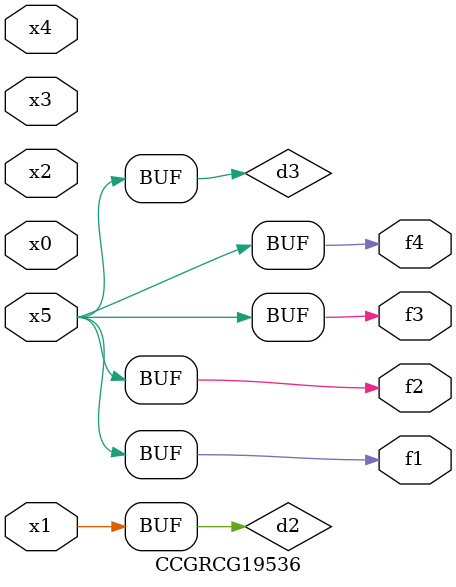
<source format=v>
module CCGRCG19536(
	input x0, x1, x2, x3, x4, x5,
	output f1, f2, f3, f4
);

	wire d1, d2, d3;

	not (d1, x5);
	or (d2, x1);
	xnor (d3, d1);
	assign f1 = d3;
	assign f2 = d3;
	assign f3 = d3;
	assign f4 = d3;
endmodule

</source>
